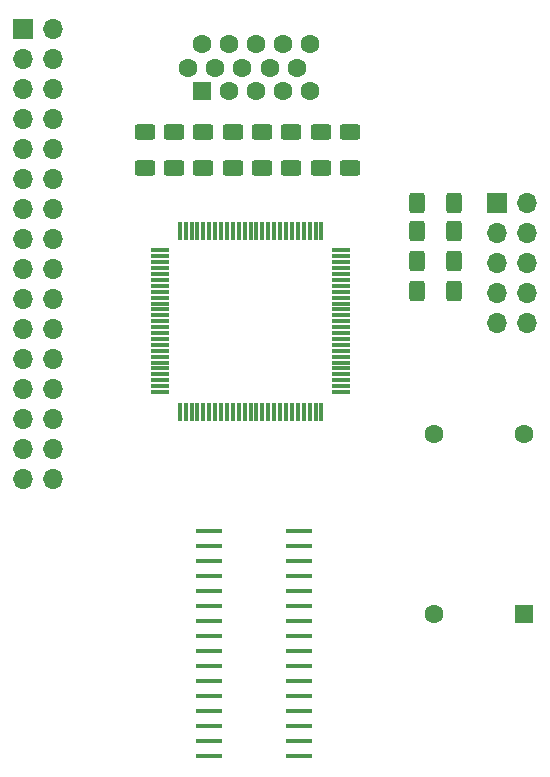
<source format=gts>
G04 #@! TF.GenerationSoftware,KiCad,Pcbnew,(6.0.1-0)*
G04 #@! TF.CreationDate,2022-03-29T21:42:36-04:00*
G04 #@! TF.ProjectId,G76 Mini,47373620-4d69-46e6-992e-6b696361645f,rev?*
G04 #@! TF.SameCoordinates,Original*
G04 #@! TF.FileFunction,Soldermask,Top*
G04 #@! TF.FilePolarity,Negative*
%FSLAX46Y46*%
G04 Gerber Fmt 4.6, Leading zero omitted, Abs format (unit mm)*
G04 Created by KiCad (PCBNEW (6.0.1-0)) date 2022-03-29 21:42:36*
%MOMM*%
%LPD*%
G01*
G04 APERTURE LIST*
G04 Aperture macros list*
%AMRoundRect*
0 Rectangle with rounded corners*
0 $1 Rounding radius*
0 $2 $3 $4 $5 $6 $7 $8 $9 X,Y pos of 4 corners*
0 Add a 4 corners polygon primitive as box body*
4,1,4,$2,$3,$4,$5,$6,$7,$8,$9,$2,$3,0*
0 Add four circle primitives for the rounded corners*
1,1,$1+$1,$2,$3*
1,1,$1+$1,$4,$5*
1,1,$1+$1,$6,$7*
1,1,$1+$1,$8,$9*
0 Add four rect primitives between the rounded corners*
20,1,$1+$1,$2,$3,$4,$5,0*
20,1,$1+$1,$4,$5,$6,$7,0*
20,1,$1+$1,$6,$7,$8,$9,0*
20,1,$1+$1,$8,$9,$2,$3,0*%
G04 Aperture macros list end*
%ADD10RoundRect,0.250000X0.625000X-0.400000X0.625000X0.400000X-0.625000X0.400000X-0.625000X-0.400000X0*%
%ADD11R,1.600000X1.600000*%
%ADD12C,1.600000*%
%ADD13R,2.200000X0.450000*%
%ADD14RoundRect,0.250000X-0.400000X-0.625000X0.400000X-0.625000X0.400000X0.625000X-0.400000X0.625000X0*%
%ADD15R,1.700000X1.700000*%
%ADD16O,1.700000X1.700000*%
%ADD17RoundRect,0.075000X0.725000X0.075000X-0.725000X0.075000X-0.725000X-0.075000X0.725000X-0.075000X0*%
%ADD18RoundRect,0.075000X0.075000X0.725000X-0.075000X0.725000X-0.075000X-0.725000X0.075000X-0.725000X0*%
G04 APERTURE END LIST*
D10*
X94615000Y-65024000D03*
X94615000Y-61924000D03*
D11*
X126746000Y-102743000D03*
D12*
X126746000Y-87503000D03*
X119126000Y-87503000D03*
X119126000Y-102743000D03*
D13*
X100076000Y-95719500D03*
X100076000Y-96989500D03*
X100076000Y-98259500D03*
X100076000Y-99529500D03*
X100076000Y-100799500D03*
X100076000Y-102069500D03*
X100076000Y-103339500D03*
X100076000Y-104609500D03*
X100076000Y-105879500D03*
X100076000Y-107149500D03*
X100076000Y-108419500D03*
X100076000Y-109689500D03*
X100076000Y-110959500D03*
X100076000Y-112229500D03*
X100076000Y-113499500D03*
X100076000Y-114769500D03*
X107696000Y-114769500D03*
X107696000Y-113499500D03*
X107696000Y-112229500D03*
X107696000Y-110959500D03*
X107696000Y-109689500D03*
X107696000Y-108419500D03*
X107696000Y-107149500D03*
X107696000Y-105879500D03*
X107696000Y-104609500D03*
X107696000Y-103339500D03*
X107696000Y-102069500D03*
X107696000Y-100799500D03*
X107696000Y-99529500D03*
X107696000Y-98259500D03*
X107696000Y-96989500D03*
X107696000Y-95719500D03*
D10*
X99586142Y-65024000D03*
X99586142Y-61924000D03*
X109528426Y-65024000D03*
X109528426Y-61924000D03*
D14*
X117703000Y-75438000D03*
X120803000Y-75438000D03*
X117703000Y-70358000D03*
X120803000Y-70358000D03*
D11*
X99459000Y-58479331D03*
D12*
X101749000Y-58479331D03*
X104039000Y-58479331D03*
X106329000Y-58479331D03*
X108619000Y-58479331D03*
X98314000Y-56499331D03*
X100604000Y-56499331D03*
X102894000Y-56499331D03*
X105184000Y-56499331D03*
X107474000Y-56499331D03*
X99459000Y-54519331D03*
X101749000Y-54519331D03*
X104039000Y-54519331D03*
X106329000Y-54519331D03*
X108619000Y-54519331D03*
D10*
X102071713Y-65024000D03*
X102071713Y-61924000D03*
D14*
X117703000Y-67945000D03*
X120803000Y-67945000D03*
D10*
X112014000Y-65024000D03*
X112014000Y-61924000D03*
D15*
X124460000Y-67945000D03*
D16*
X127000000Y-67945000D03*
X124460000Y-70485000D03*
X127000000Y-70485000D03*
X124460000Y-73025000D03*
X127000000Y-73025000D03*
X124460000Y-75565000D03*
X127000000Y-75565000D03*
X124460000Y-78105000D03*
X127000000Y-78105000D03*
D17*
X111251635Y-83974276D03*
X111251635Y-83474276D03*
X111251635Y-82974276D03*
X111251635Y-82474276D03*
X111251635Y-81974276D03*
X111251635Y-81474276D03*
X111251635Y-80974276D03*
X111251635Y-80474276D03*
X111251635Y-79974276D03*
X111251635Y-79474276D03*
X111251635Y-78974276D03*
X111251635Y-78474276D03*
X111251635Y-77974276D03*
X111251635Y-77474276D03*
X111251635Y-76974276D03*
X111251635Y-76474276D03*
X111251635Y-75974276D03*
X111251635Y-75474276D03*
X111251635Y-74974276D03*
X111251635Y-74474276D03*
X111251635Y-73974276D03*
X111251635Y-73474276D03*
X111251635Y-72974276D03*
X111251635Y-72474276D03*
X111251635Y-71974276D03*
D18*
X109576635Y-70299276D03*
X109076635Y-70299276D03*
X108576635Y-70299276D03*
X108076635Y-70299276D03*
X107576635Y-70299276D03*
X107076635Y-70299276D03*
X106576635Y-70299276D03*
X106076635Y-70299276D03*
X105576635Y-70299276D03*
X105076635Y-70299276D03*
X104576635Y-70299276D03*
X104076635Y-70299276D03*
X103576635Y-70299276D03*
X103076635Y-70299276D03*
X102576635Y-70299276D03*
X102076635Y-70299276D03*
X101576635Y-70299276D03*
X101076635Y-70299276D03*
X100576635Y-70299276D03*
X100076635Y-70299276D03*
X99576635Y-70299276D03*
X99076635Y-70299276D03*
X98576635Y-70299276D03*
X98076635Y-70299276D03*
X97576635Y-70299276D03*
D17*
X95901635Y-71974276D03*
X95901635Y-72474276D03*
X95901635Y-72974276D03*
X95901635Y-73474276D03*
X95901635Y-73974276D03*
X95901635Y-74474276D03*
X95901635Y-74974276D03*
X95901635Y-75474276D03*
X95901635Y-75974276D03*
X95901635Y-76474276D03*
X95901635Y-76974276D03*
X95901635Y-77474276D03*
X95901635Y-77974276D03*
X95901635Y-78474276D03*
X95901635Y-78974276D03*
X95901635Y-79474276D03*
X95901635Y-79974276D03*
X95901635Y-80474276D03*
X95901635Y-80974276D03*
X95901635Y-81474276D03*
X95901635Y-81974276D03*
X95901635Y-82474276D03*
X95901635Y-82974276D03*
X95901635Y-83474276D03*
X95901635Y-83974276D03*
D18*
X97576635Y-85649276D03*
X98076635Y-85649276D03*
X98576635Y-85649276D03*
X99076635Y-85649276D03*
X99576635Y-85649276D03*
X100076635Y-85649276D03*
X100576635Y-85649276D03*
X101076635Y-85649276D03*
X101576635Y-85649276D03*
X102076635Y-85649276D03*
X102576635Y-85649276D03*
X103076635Y-85649276D03*
X103576635Y-85649276D03*
X104076635Y-85649276D03*
X104576635Y-85649276D03*
X105076635Y-85649276D03*
X105576635Y-85649276D03*
X106076635Y-85649276D03*
X106576635Y-85649276D03*
X107076635Y-85649276D03*
X107576635Y-85649276D03*
X108076635Y-85649276D03*
X108576635Y-85649276D03*
X109076635Y-85649276D03*
X109576635Y-85649276D03*
D10*
X104557284Y-65024000D03*
X104557284Y-61924000D03*
D15*
X84323000Y-53213000D03*
D16*
X86863000Y-53213000D03*
X84323000Y-55753000D03*
X86863000Y-55753000D03*
X84323000Y-58293000D03*
X86863000Y-58293000D03*
X84323000Y-60833000D03*
X86863000Y-60833000D03*
X84323000Y-63373000D03*
X86863000Y-63373000D03*
X84323000Y-65913000D03*
X86863000Y-65913000D03*
X84323000Y-68453000D03*
X86863000Y-68453000D03*
X84323000Y-70993000D03*
X86863000Y-70993000D03*
X84323000Y-73533000D03*
X86863000Y-73533000D03*
X84323000Y-76073000D03*
X86863000Y-76073000D03*
X84323000Y-78613000D03*
X86863000Y-78613000D03*
X84323000Y-81153000D03*
X86863000Y-81153000D03*
X84323000Y-83693000D03*
X86863000Y-83693000D03*
X84323000Y-86233000D03*
X86863000Y-86233000D03*
X84323000Y-88773000D03*
X86863000Y-88773000D03*
X84323000Y-91313000D03*
X86863000Y-91313000D03*
D10*
X107042855Y-65024000D03*
X107042855Y-61924000D03*
D14*
X117703000Y-72898000D03*
X120803000Y-72898000D03*
D10*
X97100571Y-65024000D03*
X97100571Y-61924000D03*
M02*

</source>
